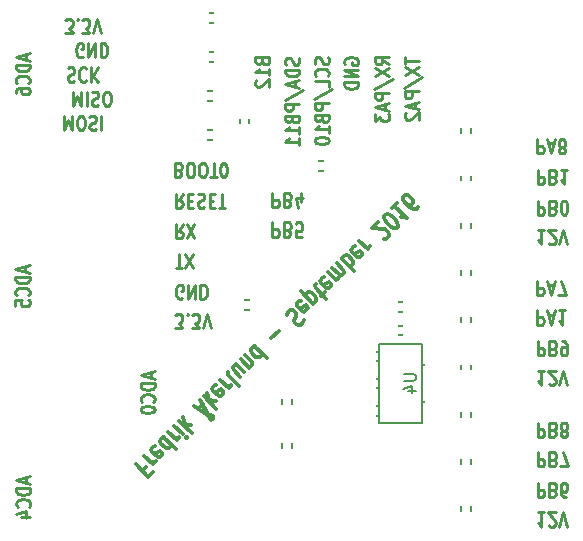
<source format=gbo>
G04 #@! TF.FileFunction,Legend,Bot*
%FSLAX46Y46*%
G04 Gerber Fmt 4.6, Leading zero omitted, Abs format (unit mm)*
G04 Created by KiCad (PCBNEW 4.1.0-alpha+201608281547+7098~46~ubuntu16.04.1-product) date Sun Sep  4 14:55:36 2016*
%MOMM*%
%LPD*%
G01*
G04 APERTURE LIST*
%ADD10C,0.100000*%
%ADD11C,0.250000*%
%ADD12C,0.300000*%
%ADD13C,0.127000*%
%ADD14C,0.200660*%
%ADD15R,1.900860X1.400480*%
%ADD16R,1.900860X3.899840*%
%ADD17O,2.300000X1.624000*%
%ADD18R,0.999160X1.100760*%
%ADD19R,2.299640X1.624000*%
%ADD20O,2.299640X1.624000*%
%ADD21R,1.100760X0.999160*%
%ADD22R,1.624000X2.299640*%
%ADD23O,1.624000X2.299640*%
%ADD24O,2.098980X4.100500*%
%ADD25O,4.100500X2.098980*%
%ADD26O,4.600880X2.098980*%
%ADD27C,3.100000*%
%ADD28C,0.999160*%
%ADD29C,1.850060*%
G04 APERTURE END LIST*
D10*
D11*
X144161904Y-105607142D02*
X144161904Y-106807142D01*
X144542857Y-106807142D01*
X144638095Y-106750000D01*
X144685714Y-106692857D01*
X144733333Y-106578571D01*
X144733333Y-106407142D01*
X144685714Y-106292857D01*
X144638095Y-106235714D01*
X144542857Y-106178571D01*
X144161904Y-106178571D01*
X145495238Y-106235714D02*
X145638095Y-106178571D01*
X145685714Y-106121428D01*
X145733333Y-106007142D01*
X145733333Y-105835714D01*
X145685714Y-105721428D01*
X145638095Y-105664285D01*
X145542857Y-105607142D01*
X145161904Y-105607142D01*
X145161904Y-106807142D01*
X145495238Y-106807142D01*
X145590476Y-106750000D01*
X145638095Y-106692857D01*
X145685714Y-106578571D01*
X145685714Y-106464285D01*
X145638095Y-106350000D01*
X145590476Y-106292857D01*
X145495238Y-106235714D01*
X145161904Y-106235714D01*
X146638095Y-106807142D02*
X146161904Y-106807142D01*
X146114285Y-106235714D01*
X146161904Y-106292857D01*
X146257142Y-106350000D01*
X146495238Y-106350000D01*
X146590476Y-106292857D01*
X146638095Y-106235714D01*
X146685714Y-106121428D01*
X146685714Y-105835714D01*
X146638095Y-105721428D01*
X146590476Y-105664285D01*
X146495238Y-105607142D01*
X146257142Y-105607142D01*
X146161904Y-105664285D01*
X146114285Y-105721428D01*
X144161904Y-103107142D02*
X144161904Y-104307142D01*
X144542857Y-104307142D01*
X144638095Y-104250000D01*
X144685714Y-104192857D01*
X144733333Y-104078571D01*
X144733333Y-103907142D01*
X144685714Y-103792857D01*
X144638095Y-103735714D01*
X144542857Y-103678571D01*
X144161904Y-103678571D01*
X145495238Y-103735714D02*
X145638095Y-103678571D01*
X145685714Y-103621428D01*
X145733333Y-103507142D01*
X145733333Y-103335714D01*
X145685714Y-103221428D01*
X145638095Y-103164285D01*
X145542857Y-103107142D01*
X145161904Y-103107142D01*
X145161904Y-104307142D01*
X145495238Y-104307142D01*
X145590476Y-104250000D01*
X145638095Y-104192857D01*
X145685714Y-104078571D01*
X145685714Y-103964285D01*
X145638095Y-103850000D01*
X145590476Y-103792857D01*
X145495238Y-103735714D01*
X145161904Y-103735714D01*
X146590476Y-103907142D02*
X146590476Y-103107142D01*
X146352380Y-104364285D02*
X146114285Y-103507142D01*
X146733333Y-103507142D01*
X133850000Y-118310714D02*
X133850000Y-118786904D01*
X134192857Y-118215476D02*
X132992857Y-118548809D01*
X134192857Y-118882142D01*
X134192857Y-119215476D02*
X132992857Y-119215476D01*
X132992857Y-119453571D01*
X133050000Y-119596428D01*
X133164285Y-119691666D01*
X133278571Y-119739285D01*
X133507142Y-119786904D01*
X133678571Y-119786904D01*
X133907142Y-119739285D01*
X134021428Y-119691666D01*
X134135714Y-119596428D01*
X134192857Y-119453571D01*
X134192857Y-119215476D01*
X134078571Y-120786904D02*
X134135714Y-120739285D01*
X134192857Y-120596428D01*
X134192857Y-120501190D01*
X134135714Y-120358333D01*
X134021428Y-120263095D01*
X133907142Y-120215476D01*
X133678571Y-120167857D01*
X133507142Y-120167857D01*
X133278571Y-120215476D01*
X133164285Y-120263095D01*
X133050000Y-120358333D01*
X132992857Y-120501190D01*
X132992857Y-120596428D01*
X133050000Y-120739285D01*
X133107142Y-120786904D01*
X132992857Y-121405952D02*
X132992857Y-121501190D01*
X133050000Y-121596428D01*
X133107142Y-121644047D01*
X133221428Y-121691666D01*
X133450000Y-121739285D01*
X133735714Y-121739285D01*
X133964285Y-121691666D01*
X134078571Y-121644047D01*
X134135714Y-121596428D01*
X134192857Y-121501190D01*
X134192857Y-121405952D01*
X134135714Y-121310714D01*
X134078571Y-121263095D01*
X133964285Y-121215476D01*
X133735714Y-121167857D01*
X133450000Y-121167857D01*
X133221428Y-121215476D01*
X133107142Y-121263095D01*
X133050000Y-121310714D01*
X132992857Y-121405952D01*
D12*
X133428474Y-126348048D02*
X133145631Y-126630891D01*
X132590047Y-126075307D02*
X133650707Y-127135967D01*
X134054768Y-126731906D01*
X133317357Y-125347997D02*
X134024464Y-126055104D01*
X133822433Y-125853073D02*
X133963855Y-125913682D01*
X134054768Y-125923784D01*
X134186088Y-125893479D01*
X134266900Y-125812667D01*
X134216393Y-124549977D02*
X134085073Y-124580281D01*
X133923449Y-124741906D01*
X133893144Y-124873225D01*
X133953753Y-125014647D01*
X134357814Y-125418708D01*
X134499235Y-125479317D01*
X134630555Y-125449012D01*
X134792180Y-125287388D01*
X134822484Y-125156068D01*
X134761875Y-125014647D01*
X134660860Y-124913631D01*
X134155784Y-125216677D01*
X134933601Y-123731753D02*
X135994261Y-124792413D01*
X134984109Y-123782261D02*
X134852789Y-123812565D01*
X134691164Y-123974190D01*
X134660860Y-124105509D01*
X134670961Y-124196423D01*
X134731571Y-124337845D01*
X135034616Y-124640890D01*
X135176038Y-124701499D01*
X135266951Y-124711601D01*
X135398271Y-124681296D01*
X135559896Y-124519672D01*
X135590200Y-124388352D01*
X135337662Y-123327692D02*
X136044769Y-124034799D01*
X135842738Y-123832768D02*
X135984160Y-123893377D01*
X136075073Y-123903479D01*
X136206393Y-123873174D01*
X136287205Y-123792362D01*
X135862941Y-122802413D02*
X136570048Y-123509519D01*
X136923602Y-123863073D02*
X136832688Y-123852971D01*
X136822586Y-123762058D01*
X136913500Y-123772159D01*
X136923602Y-123863073D01*
X136822586Y-123762058D01*
X136267002Y-122398352D02*
X137327663Y-123459012D01*
X136751876Y-122721600D02*
X136590251Y-122075103D01*
X137297358Y-122782210D02*
X136570048Y-122701397D01*
X137863043Y-121408402D02*
X138267104Y-121004341D01*
X137479186Y-121186169D02*
X138822688Y-121963986D01*
X138044871Y-120620483D01*
X138822688Y-121963986D02*
X138792384Y-122095306D01*
X138852993Y-122236727D01*
X138994414Y-122297336D01*
X139125734Y-122267032D01*
X139156039Y-122135712D01*
X139095430Y-121994291D01*
X138954008Y-121933681D01*
X138822688Y-121963986D01*
X138327714Y-120337640D02*
X139388374Y-121398301D01*
X138812587Y-120660889D02*
X138650962Y-120014392D01*
X139358069Y-120721498D02*
X138630759Y-120640686D01*
X139388374Y-119377996D02*
X139257054Y-119408300D01*
X139095430Y-119569925D01*
X139065125Y-119701244D01*
X139125734Y-119842666D01*
X139529795Y-120246727D01*
X139671217Y-120307336D01*
X139802536Y-120277031D01*
X139964161Y-120115407D01*
X139994465Y-119984087D01*
X139933856Y-119842666D01*
X139832841Y-119741650D01*
X139327765Y-120044696D01*
X139741927Y-118923427D02*
X140449034Y-119630534D01*
X140247003Y-119428503D02*
X140388425Y-119489112D01*
X140479339Y-119499214D01*
X140610658Y-119468909D01*
X140691471Y-119388097D01*
X140388425Y-118276929D02*
X140358120Y-118408249D01*
X140418729Y-118549670D01*
X141327867Y-119458808D01*
X141782435Y-118297132D02*
X141075329Y-117590026D01*
X141418780Y-118660787D02*
X140863197Y-118105203D01*
X140802587Y-117963782D01*
X140832892Y-117832462D01*
X140954110Y-117711244D01*
X141085430Y-117680939D01*
X141176344Y-117691041D01*
X142186496Y-117893071D02*
X141479390Y-117185965D01*
X142085481Y-117792056D02*
X142176395Y-117802158D01*
X142307715Y-117771853D01*
X142428933Y-117650635D01*
X142459238Y-117519315D01*
X142398628Y-117377893D01*
X141843044Y-116822310D01*
X142610760Y-116054594D02*
X143671421Y-117115254D01*
X142661268Y-116105101D02*
X142529948Y-116135406D01*
X142368324Y-116297030D01*
X142338019Y-116428350D01*
X142348121Y-116519264D01*
X142408730Y-116660685D01*
X142711776Y-116963731D01*
X142853197Y-117024340D01*
X142944111Y-117034442D01*
X143075431Y-117004137D01*
X143237055Y-116842513D01*
X143267360Y-116711193D01*
X144065380Y-115408096D02*
X144711878Y-114761598D01*
X145368477Y-113397892D02*
X145439188Y-113226167D01*
X145641218Y-113024136D01*
X145772538Y-112993831D01*
X145863452Y-113003933D01*
X146004873Y-113064542D01*
X146105888Y-113165557D01*
X146166497Y-113306979D01*
X146176599Y-113397892D01*
X146146294Y-113529212D01*
X146035178Y-113741344D01*
X146004873Y-113872664D01*
X146014975Y-113963578D01*
X146075584Y-114104999D01*
X146176599Y-114206014D01*
X146318020Y-114266624D01*
X146408934Y-114276725D01*
X146540254Y-114246421D01*
X146742284Y-114044390D01*
X146812995Y-113872664D01*
X146540254Y-112226116D02*
X146408934Y-112256420D01*
X146247310Y-112418044D01*
X146217005Y-112549364D01*
X146277614Y-112690786D01*
X146681675Y-113094847D01*
X146823097Y-113155456D01*
X146954416Y-113125151D01*
X147116041Y-112963527D01*
X147146345Y-112832207D01*
X147085736Y-112690786D01*
X146984721Y-112589770D01*
X146479645Y-112892816D01*
X147600914Y-112478654D02*
X146540254Y-111417993D01*
X147550406Y-112428146D02*
X147681726Y-112397841D01*
X147843351Y-112236217D01*
X147873655Y-112104897D01*
X147863554Y-112013983D01*
X147802945Y-111872562D01*
X147499899Y-111569516D01*
X147358477Y-111508907D01*
X147267564Y-111498806D01*
X147136244Y-111529110D01*
X146974619Y-111690735D01*
X146944315Y-111822054D01*
X148247412Y-111832156D02*
X148570660Y-111508907D01*
X148722183Y-112064491D02*
X147813046Y-111155354D01*
X147752437Y-111013932D01*
X147782741Y-110882613D01*
X147863554Y-110801800D01*
X148520153Y-110246217D02*
X148388833Y-110276521D01*
X148227209Y-110438146D01*
X148196904Y-110569465D01*
X148257513Y-110710887D01*
X148661574Y-111114948D01*
X148802996Y-111175557D01*
X148934315Y-111145252D01*
X149095940Y-110983628D01*
X149126244Y-110852308D01*
X149065635Y-110710887D01*
X148964620Y-110609871D01*
X148459544Y-110912917D01*
X148873706Y-109791648D02*
X149580813Y-110498755D01*
X149479798Y-110397739D02*
X149570711Y-110407841D01*
X149702031Y-110377536D01*
X149823250Y-110256318D01*
X149853554Y-110124998D01*
X149792945Y-109983577D01*
X149237361Y-109427993D01*
X149792945Y-109983577D02*
X149934366Y-110044186D01*
X150065686Y-110013881D01*
X150186905Y-109892663D01*
X150217209Y-109761343D01*
X150156600Y-109619922D01*
X149601016Y-109064338D01*
X150005077Y-108660277D02*
X151065737Y-109720937D01*
X150661676Y-109316876D02*
X150792996Y-109286572D01*
X150954620Y-109124947D01*
X150984925Y-108993627D01*
X150974823Y-108902714D01*
X150914214Y-108761292D01*
X150611169Y-108458247D01*
X150469747Y-108397637D01*
X150378833Y-108387536D01*
X150247514Y-108417840D01*
X150085889Y-108579465D01*
X150055585Y-108710785D01*
X151146549Y-107619820D02*
X151015230Y-107650124D01*
X150853605Y-107811749D01*
X150823301Y-107943069D01*
X150883910Y-108084490D01*
X151287971Y-108488551D01*
X151429392Y-108549160D01*
X151560712Y-108518856D01*
X151722336Y-108357231D01*
X151752641Y-108225911D01*
X151692032Y-108084490D01*
X151591017Y-107983475D01*
X151085940Y-108286521D01*
X151500103Y-107165251D02*
X152207210Y-107872358D01*
X152005179Y-107670328D02*
X152146600Y-107730937D01*
X152237514Y-107741038D01*
X152368834Y-107710734D01*
X152449646Y-107629921D01*
X153591119Y-106993525D02*
X153682032Y-107003627D01*
X153813352Y-106973322D01*
X154015383Y-106771292D01*
X154045687Y-106639972D01*
X154035586Y-106549058D01*
X153974977Y-106407637D01*
X153873961Y-106306622D01*
X153682032Y-106195505D01*
X152591068Y-106074287D01*
X153116347Y-105549007D01*
X154702286Y-106084388D02*
X154783099Y-106003576D01*
X154813403Y-105872256D01*
X154803302Y-105781342D01*
X154742692Y-105639921D01*
X154581068Y-105397484D01*
X154328530Y-105144946D01*
X154086093Y-104983322D01*
X153944672Y-104922713D01*
X153853758Y-104912611D01*
X153722438Y-104942916D01*
X153641626Y-105023728D01*
X153611322Y-105155048D01*
X153621423Y-105245961D01*
X153682032Y-105387383D01*
X153843657Y-105629819D01*
X154096195Y-105882358D01*
X154338631Y-106043982D01*
X154480053Y-106104591D01*
X154570967Y-106114693D01*
X154702286Y-106084388D01*
X154732591Y-103932763D02*
X154247718Y-104417636D01*
X154490154Y-104175200D02*
X155550815Y-105235860D01*
X155318479Y-105165149D01*
X155136652Y-105144946D01*
X155005332Y-105175251D01*
X156520561Y-104266113D02*
X156358937Y-104427738D01*
X156227617Y-104458042D01*
X156136703Y-104447941D01*
X155904368Y-104377230D01*
X155661931Y-104215606D01*
X155257870Y-103811545D01*
X155197261Y-103670123D01*
X155187160Y-103579210D01*
X155217464Y-103447890D01*
X155379089Y-103286265D01*
X155510408Y-103255961D01*
X155601322Y-103266062D01*
X155742744Y-103326672D01*
X155995282Y-103579210D01*
X156055891Y-103720631D01*
X156065992Y-103811545D01*
X156035688Y-103942865D01*
X155874063Y-104104489D01*
X155742744Y-104134794D01*
X155651830Y-104124692D01*
X155510408Y-104064083D01*
D11*
X135923809Y-114557142D02*
X136542857Y-114557142D01*
X136209523Y-114100000D01*
X136352380Y-114100000D01*
X136447619Y-114042857D01*
X136495238Y-113985714D01*
X136542857Y-113871428D01*
X136542857Y-113585714D01*
X136495238Y-113471428D01*
X136447619Y-113414285D01*
X136352380Y-113357142D01*
X136066666Y-113357142D01*
X135971428Y-113414285D01*
X135923809Y-113471428D01*
X136971428Y-113471428D02*
X137019047Y-113414285D01*
X136971428Y-113357142D01*
X136923809Y-113414285D01*
X136971428Y-113471428D01*
X136971428Y-113357142D01*
X137352380Y-114557142D02*
X137971428Y-114557142D01*
X137638095Y-114100000D01*
X137780952Y-114100000D01*
X137876190Y-114042857D01*
X137923809Y-113985714D01*
X137971428Y-113871428D01*
X137971428Y-113585714D01*
X137923809Y-113471428D01*
X137876190Y-113414285D01*
X137780952Y-113357142D01*
X137495238Y-113357142D01*
X137400000Y-113414285D01*
X137352380Y-113471428D01*
X138257142Y-114557142D02*
X138590476Y-113357142D01*
X138923809Y-114557142D01*
X136538095Y-112000000D02*
X136442857Y-112057142D01*
X136300000Y-112057142D01*
X136157142Y-112000000D01*
X136061904Y-111885714D01*
X136014285Y-111771428D01*
X135966666Y-111542857D01*
X135966666Y-111371428D01*
X136014285Y-111142857D01*
X136061904Y-111028571D01*
X136157142Y-110914285D01*
X136300000Y-110857142D01*
X136395238Y-110857142D01*
X136538095Y-110914285D01*
X136585714Y-110971428D01*
X136585714Y-111371428D01*
X136395238Y-111371428D01*
X137014285Y-110857142D02*
X137014285Y-112057142D01*
X137585714Y-110857142D01*
X137585714Y-112057142D01*
X138061904Y-110857142D02*
X138061904Y-112057142D01*
X138300000Y-112057142D01*
X138442857Y-112000000D01*
X138538095Y-111885714D01*
X138585714Y-111771428D01*
X138633333Y-111542857D01*
X138633333Y-111371428D01*
X138585714Y-111142857D01*
X138538095Y-111028571D01*
X138442857Y-110914285D01*
X138300000Y-110857142D01*
X138061904Y-110857142D01*
X135957142Y-109457142D02*
X136528571Y-109457142D01*
X136242857Y-108257142D02*
X136242857Y-109457142D01*
X136766666Y-109457142D02*
X137433333Y-108257142D01*
X137433333Y-109457142D02*
X136766666Y-108257142D01*
X136552380Y-105757142D02*
X136219047Y-106328571D01*
X135980952Y-105757142D02*
X135980952Y-106957142D01*
X136361904Y-106957142D01*
X136457142Y-106900000D01*
X136504761Y-106842857D01*
X136552380Y-106728571D01*
X136552380Y-106557142D01*
X136504761Y-106442857D01*
X136457142Y-106385714D01*
X136361904Y-106328571D01*
X135980952Y-106328571D01*
X136885714Y-106957142D02*
X137552380Y-105757142D01*
X137552380Y-106957142D02*
X136885714Y-105757142D01*
X136547619Y-103157142D02*
X136214285Y-103728571D01*
X135976190Y-103157142D02*
X135976190Y-104357142D01*
X136357142Y-104357142D01*
X136452380Y-104300000D01*
X136500000Y-104242857D01*
X136547619Y-104128571D01*
X136547619Y-103957142D01*
X136500000Y-103842857D01*
X136452380Y-103785714D01*
X136357142Y-103728571D01*
X135976190Y-103728571D01*
X136976190Y-103785714D02*
X137309523Y-103785714D01*
X137452380Y-103157142D02*
X136976190Y-103157142D01*
X136976190Y-104357142D01*
X137452380Y-104357142D01*
X137833333Y-103214285D02*
X137976190Y-103157142D01*
X138214285Y-103157142D01*
X138309523Y-103214285D01*
X138357142Y-103271428D01*
X138404761Y-103385714D01*
X138404761Y-103500000D01*
X138357142Y-103614285D01*
X138309523Y-103671428D01*
X138214285Y-103728571D01*
X138023809Y-103785714D01*
X137928571Y-103842857D01*
X137880952Y-103900000D01*
X137833333Y-104014285D01*
X137833333Y-104128571D01*
X137880952Y-104242857D01*
X137928571Y-104300000D01*
X138023809Y-104357142D01*
X138261904Y-104357142D01*
X138404761Y-104300000D01*
X138833333Y-103785714D02*
X139166666Y-103785714D01*
X139309523Y-103157142D02*
X138833333Y-103157142D01*
X138833333Y-104357142D01*
X139309523Y-104357142D01*
X139595238Y-104357142D02*
X140166666Y-104357142D01*
X139880952Y-103157142D02*
X139880952Y-104357142D01*
X143264285Y-91969047D02*
X143321428Y-92111904D01*
X143378571Y-92159523D01*
X143492857Y-92207142D01*
X143664285Y-92207142D01*
X143778571Y-92159523D01*
X143835714Y-92111904D01*
X143892857Y-92016666D01*
X143892857Y-91635714D01*
X142692857Y-91635714D01*
X142692857Y-91969047D01*
X142750000Y-92064285D01*
X142807142Y-92111904D01*
X142921428Y-92159523D01*
X143035714Y-92159523D01*
X143150000Y-92111904D01*
X143207142Y-92064285D01*
X143264285Y-91969047D01*
X143264285Y-91635714D01*
X143892857Y-93159523D02*
X143892857Y-92588095D01*
X143892857Y-92873809D02*
X142692857Y-92873809D01*
X142864285Y-92778571D01*
X142978571Y-92683333D01*
X143035714Y-92588095D01*
X142807142Y-93540476D02*
X142750000Y-93588095D01*
X142692857Y-93683333D01*
X142692857Y-93921428D01*
X142750000Y-94016666D01*
X142807142Y-94064285D01*
X142921428Y-94111904D01*
X143035714Y-94111904D01*
X143207142Y-94064285D01*
X143892857Y-93492857D01*
X143892857Y-94111904D01*
X146385714Y-91659523D02*
X146442857Y-91802380D01*
X146442857Y-92040476D01*
X146385714Y-92135714D01*
X146328571Y-92183333D01*
X146214285Y-92230952D01*
X146100000Y-92230952D01*
X145985714Y-92183333D01*
X145928571Y-92135714D01*
X145871428Y-92040476D01*
X145814285Y-91850000D01*
X145757142Y-91754761D01*
X145700000Y-91707142D01*
X145585714Y-91659523D01*
X145471428Y-91659523D01*
X145357142Y-91707142D01*
X145300000Y-91754761D01*
X145242857Y-91850000D01*
X145242857Y-92088095D01*
X145300000Y-92230952D01*
X146442857Y-92659523D02*
X145242857Y-92659523D01*
X145242857Y-92897619D01*
X145300000Y-93040476D01*
X145414285Y-93135714D01*
X145528571Y-93183333D01*
X145757142Y-93230952D01*
X145928571Y-93230952D01*
X146157142Y-93183333D01*
X146271428Y-93135714D01*
X146385714Y-93040476D01*
X146442857Y-92897619D01*
X146442857Y-92659523D01*
X146100000Y-93611904D02*
X146100000Y-94088095D01*
X146442857Y-93516666D02*
X145242857Y-93850000D01*
X146442857Y-94183333D01*
X145185714Y-95230952D02*
X146728571Y-94373809D01*
X146442857Y-95564285D02*
X145242857Y-95564285D01*
X145242857Y-95945238D01*
X145300000Y-96040476D01*
X145357142Y-96088095D01*
X145471428Y-96135714D01*
X145642857Y-96135714D01*
X145757142Y-96088095D01*
X145814285Y-96040476D01*
X145871428Y-95945238D01*
X145871428Y-95564285D01*
X145814285Y-96897619D02*
X145871428Y-97040476D01*
X145928571Y-97088095D01*
X146042857Y-97135714D01*
X146214285Y-97135714D01*
X146328571Y-97088095D01*
X146385714Y-97040476D01*
X146442857Y-96945238D01*
X146442857Y-96564285D01*
X145242857Y-96564285D01*
X145242857Y-96897619D01*
X145300000Y-96992857D01*
X145357142Y-97040476D01*
X145471428Y-97088095D01*
X145585714Y-97088095D01*
X145700000Y-97040476D01*
X145757142Y-96992857D01*
X145814285Y-96897619D01*
X145814285Y-96564285D01*
X146442857Y-98088095D02*
X146442857Y-97516666D01*
X146442857Y-97802380D02*
X145242857Y-97802380D01*
X145414285Y-97707142D01*
X145528571Y-97611904D01*
X145585714Y-97516666D01*
X146442857Y-99040476D02*
X146442857Y-98469047D01*
X146442857Y-98754761D02*
X145242857Y-98754761D01*
X145414285Y-98659523D01*
X145528571Y-98564285D01*
X145585714Y-98469047D01*
X150300000Y-92188095D02*
X150242857Y-92092857D01*
X150242857Y-91950000D01*
X150300000Y-91807142D01*
X150414285Y-91711904D01*
X150528571Y-91664285D01*
X150757142Y-91616666D01*
X150928571Y-91616666D01*
X151157142Y-91664285D01*
X151271428Y-91711904D01*
X151385714Y-91807142D01*
X151442857Y-91950000D01*
X151442857Y-92045238D01*
X151385714Y-92188095D01*
X151328571Y-92235714D01*
X150928571Y-92235714D01*
X150928571Y-92045238D01*
X151442857Y-92664285D02*
X150242857Y-92664285D01*
X151442857Y-93235714D01*
X150242857Y-93235714D01*
X151442857Y-93711904D02*
X150242857Y-93711904D01*
X150242857Y-93950000D01*
X150300000Y-94092857D01*
X150414285Y-94188095D01*
X150528571Y-94235714D01*
X150757142Y-94283333D01*
X150928571Y-94283333D01*
X151157142Y-94235714D01*
X151271428Y-94188095D01*
X151385714Y-94092857D01*
X151442857Y-93950000D01*
X151442857Y-93711904D01*
X154042857Y-92204761D02*
X153471428Y-91871428D01*
X154042857Y-91633333D02*
X152842857Y-91633333D01*
X152842857Y-92014285D01*
X152900000Y-92109523D01*
X152957142Y-92157142D01*
X153071428Y-92204761D01*
X153242857Y-92204761D01*
X153357142Y-92157142D01*
X153414285Y-92109523D01*
X153471428Y-92014285D01*
X153471428Y-91633333D01*
X152842857Y-92538095D02*
X154042857Y-93204761D01*
X152842857Y-93204761D02*
X154042857Y-92538095D01*
X152785714Y-94300000D02*
X154328571Y-93442857D01*
X154042857Y-94633333D02*
X152842857Y-94633333D01*
X152842857Y-95014285D01*
X152900000Y-95109523D01*
X152957142Y-95157142D01*
X153071428Y-95204761D01*
X153242857Y-95204761D01*
X153357142Y-95157142D01*
X153414285Y-95109523D01*
X153471428Y-95014285D01*
X153471428Y-94633333D01*
X153700000Y-95585714D02*
X153700000Y-96061904D01*
X154042857Y-95490476D02*
X152842857Y-95823809D01*
X154042857Y-96157142D01*
X152842857Y-96395238D02*
X152842857Y-97014285D01*
X153300000Y-96680952D01*
X153300000Y-96823809D01*
X153357142Y-96919047D01*
X153414285Y-96966666D01*
X153528571Y-97014285D01*
X153814285Y-97014285D01*
X153928571Y-96966666D01*
X153985714Y-96919047D01*
X154042857Y-96823809D01*
X154042857Y-96538095D01*
X153985714Y-96442857D01*
X153928571Y-96395238D01*
X166583333Y-98557142D02*
X166583333Y-99757142D01*
X166964285Y-99757142D01*
X167059523Y-99700000D01*
X167107142Y-99642857D01*
X167154761Y-99528571D01*
X167154761Y-99357142D01*
X167107142Y-99242857D01*
X167059523Y-99185714D01*
X166964285Y-99128571D01*
X166583333Y-99128571D01*
X167535714Y-98900000D02*
X168011904Y-98900000D01*
X167440476Y-98557142D02*
X167773809Y-99757142D01*
X168107142Y-98557142D01*
X168583333Y-99242857D02*
X168488095Y-99300000D01*
X168440476Y-99357142D01*
X168392857Y-99471428D01*
X168392857Y-99528571D01*
X168440476Y-99642857D01*
X168488095Y-99700000D01*
X168583333Y-99757142D01*
X168773809Y-99757142D01*
X168869047Y-99700000D01*
X168916666Y-99642857D01*
X168964285Y-99528571D01*
X168964285Y-99471428D01*
X168916666Y-99357142D01*
X168869047Y-99300000D01*
X168773809Y-99242857D01*
X168583333Y-99242857D01*
X168488095Y-99185714D01*
X168440476Y-99128571D01*
X168392857Y-99014285D01*
X168392857Y-98785714D01*
X168440476Y-98671428D01*
X168488095Y-98614285D01*
X168583333Y-98557142D01*
X168773809Y-98557142D01*
X168869047Y-98614285D01*
X168916666Y-98671428D01*
X168964285Y-98785714D01*
X168964285Y-99014285D01*
X168916666Y-99128571D01*
X168869047Y-99185714D01*
X168773809Y-99242857D01*
X166611904Y-101157142D02*
X166611904Y-102357142D01*
X166992857Y-102357142D01*
X167088095Y-102300000D01*
X167135714Y-102242857D01*
X167183333Y-102128571D01*
X167183333Y-101957142D01*
X167135714Y-101842857D01*
X167088095Y-101785714D01*
X166992857Y-101728571D01*
X166611904Y-101728571D01*
X167945238Y-101785714D02*
X168088095Y-101728571D01*
X168135714Y-101671428D01*
X168183333Y-101557142D01*
X168183333Y-101385714D01*
X168135714Y-101271428D01*
X168088095Y-101214285D01*
X167992857Y-101157142D01*
X167611904Y-101157142D01*
X167611904Y-102357142D01*
X167945238Y-102357142D01*
X168040476Y-102300000D01*
X168088095Y-102242857D01*
X168135714Y-102128571D01*
X168135714Y-102014285D01*
X168088095Y-101900000D01*
X168040476Y-101842857D01*
X167945238Y-101785714D01*
X167611904Y-101785714D01*
X169135714Y-101157142D02*
X168564285Y-101157142D01*
X168850000Y-101157142D02*
X168850000Y-102357142D01*
X168754761Y-102185714D01*
X168659523Y-102071428D01*
X168564285Y-102014285D01*
X166611904Y-103757142D02*
X166611904Y-104957142D01*
X166992857Y-104957142D01*
X167088095Y-104900000D01*
X167135714Y-104842857D01*
X167183333Y-104728571D01*
X167183333Y-104557142D01*
X167135714Y-104442857D01*
X167088095Y-104385714D01*
X166992857Y-104328571D01*
X166611904Y-104328571D01*
X167945238Y-104385714D02*
X168088095Y-104328571D01*
X168135714Y-104271428D01*
X168183333Y-104157142D01*
X168183333Y-103985714D01*
X168135714Y-103871428D01*
X168088095Y-103814285D01*
X167992857Y-103757142D01*
X167611904Y-103757142D01*
X167611904Y-104957142D01*
X167945238Y-104957142D01*
X168040476Y-104900000D01*
X168088095Y-104842857D01*
X168135714Y-104728571D01*
X168135714Y-104614285D01*
X168088095Y-104500000D01*
X168040476Y-104442857D01*
X167945238Y-104385714D01*
X167611904Y-104385714D01*
X168802380Y-104957142D02*
X168897619Y-104957142D01*
X168992857Y-104900000D01*
X169040476Y-104842857D01*
X169088095Y-104728571D01*
X169135714Y-104500000D01*
X169135714Y-104214285D01*
X169088095Y-103985714D01*
X169040476Y-103871428D01*
X168992857Y-103814285D01*
X168897619Y-103757142D01*
X168802380Y-103757142D01*
X168707142Y-103814285D01*
X168659523Y-103871428D01*
X168611904Y-103985714D01*
X168564285Y-104214285D01*
X168564285Y-104500000D01*
X168611904Y-104728571D01*
X168659523Y-104842857D01*
X168707142Y-104900000D01*
X168802380Y-104957142D01*
X166611904Y-115657142D02*
X166611904Y-116857142D01*
X166992857Y-116857142D01*
X167088095Y-116800000D01*
X167135714Y-116742857D01*
X167183333Y-116628571D01*
X167183333Y-116457142D01*
X167135714Y-116342857D01*
X167088095Y-116285714D01*
X166992857Y-116228571D01*
X166611904Y-116228571D01*
X167945238Y-116285714D02*
X168088095Y-116228571D01*
X168135714Y-116171428D01*
X168183333Y-116057142D01*
X168183333Y-115885714D01*
X168135714Y-115771428D01*
X168088095Y-115714285D01*
X167992857Y-115657142D01*
X167611904Y-115657142D01*
X167611904Y-116857142D01*
X167945238Y-116857142D01*
X168040476Y-116800000D01*
X168088095Y-116742857D01*
X168135714Y-116628571D01*
X168135714Y-116514285D01*
X168088095Y-116400000D01*
X168040476Y-116342857D01*
X167945238Y-116285714D01*
X167611904Y-116285714D01*
X168659523Y-115657142D02*
X168850000Y-115657142D01*
X168945238Y-115714285D01*
X168992857Y-115771428D01*
X169088095Y-115942857D01*
X169135714Y-116171428D01*
X169135714Y-116628571D01*
X169088095Y-116742857D01*
X169040476Y-116800000D01*
X168945238Y-116857142D01*
X168754761Y-116857142D01*
X168659523Y-116800000D01*
X168611904Y-116742857D01*
X168564285Y-116628571D01*
X168564285Y-116342857D01*
X168611904Y-116228571D01*
X168659523Y-116171428D01*
X168754761Y-116114285D01*
X168945238Y-116114285D01*
X169040476Y-116171428D01*
X169088095Y-116228571D01*
X169135714Y-116342857D01*
X166583333Y-113057142D02*
X166583333Y-114257142D01*
X166964285Y-114257142D01*
X167059523Y-114200000D01*
X167107142Y-114142857D01*
X167154761Y-114028571D01*
X167154761Y-113857142D01*
X167107142Y-113742857D01*
X167059523Y-113685714D01*
X166964285Y-113628571D01*
X166583333Y-113628571D01*
X167535714Y-113400000D02*
X168011904Y-113400000D01*
X167440476Y-113057142D02*
X167773809Y-114257142D01*
X168107142Y-113057142D01*
X168964285Y-113057142D02*
X168392857Y-113057142D01*
X168678571Y-113057142D02*
X168678571Y-114257142D01*
X168583333Y-114085714D01*
X168488095Y-113971428D01*
X168392857Y-113914285D01*
X166583333Y-110557142D02*
X166583333Y-111757142D01*
X166964285Y-111757142D01*
X167059523Y-111700000D01*
X167107142Y-111642857D01*
X167154761Y-111528571D01*
X167154761Y-111357142D01*
X167107142Y-111242857D01*
X167059523Y-111185714D01*
X166964285Y-111128571D01*
X166583333Y-111128571D01*
X167535714Y-110900000D02*
X168011904Y-110900000D01*
X167440476Y-110557142D02*
X167773809Y-111757142D01*
X168107142Y-110557142D01*
X168345238Y-111757142D02*
X169011904Y-111757142D01*
X168583333Y-110557142D01*
X166611904Y-122557142D02*
X166611904Y-123757142D01*
X166992857Y-123757142D01*
X167088095Y-123700000D01*
X167135714Y-123642857D01*
X167183333Y-123528571D01*
X167183333Y-123357142D01*
X167135714Y-123242857D01*
X167088095Y-123185714D01*
X166992857Y-123128571D01*
X166611904Y-123128571D01*
X167945238Y-123185714D02*
X168088095Y-123128571D01*
X168135714Y-123071428D01*
X168183333Y-122957142D01*
X168183333Y-122785714D01*
X168135714Y-122671428D01*
X168088095Y-122614285D01*
X167992857Y-122557142D01*
X167611904Y-122557142D01*
X167611904Y-123757142D01*
X167945238Y-123757142D01*
X168040476Y-123700000D01*
X168088095Y-123642857D01*
X168135714Y-123528571D01*
X168135714Y-123414285D01*
X168088095Y-123300000D01*
X168040476Y-123242857D01*
X167945238Y-123185714D01*
X167611904Y-123185714D01*
X168754761Y-123242857D02*
X168659523Y-123300000D01*
X168611904Y-123357142D01*
X168564285Y-123471428D01*
X168564285Y-123528571D01*
X168611904Y-123642857D01*
X168659523Y-123700000D01*
X168754761Y-123757142D01*
X168945238Y-123757142D01*
X169040476Y-123700000D01*
X169088095Y-123642857D01*
X169135714Y-123528571D01*
X169135714Y-123471428D01*
X169088095Y-123357142D01*
X169040476Y-123300000D01*
X168945238Y-123242857D01*
X168754761Y-123242857D01*
X168659523Y-123185714D01*
X168611904Y-123128571D01*
X168564285Y-123014285D01*
X168564285Y-122785714D01*
X168611904Y-122671428D01*
X168659523Y-122614285D01*
X168754761Y-122557142D01*
X168945238Y-122557142D01*
X169040476Y-122614285D01*
X169088095Y-122671428D01*
X169135714Y-122785714D01*
X169135714Y-123014285D01*
X169088095Y-123128571D01*
X169040476Y-123185714D01*
X168945238Y-123242857D01*
X166611904Y-125057142D02*
X166611904Y-126257142D01*
X166992857Y-126257142D01*
X167088095Y-126200000D01*
X167135714Y-126142857D01*
X167183333Y-126028571D01*
X167183333Y-125857142D01*
X167135714Y-125742857D01*
X167088095Y-125685714D01*
X166992857Y-125628571D01*
X166611904Y-125628571D01*
X167945238Y-125685714D02*
X168088095Y-125628571D01*
X168135714Y-125571428D01*
X168183333Y-125457142D01*
X168183333Y-125285714D01*
X168135714Y-125171428D01*
X168088095Y-125114285D01*
X167992857Y-125057142D01*
X167611904Y-125057142D01*
X167611904Y-126257142D01*
X167945238Y-126257142D01*
X168040476Y-126200000D01*
X168088095Y-126142857D01*
X168135714Y-126028571D01*
X168135714Y-125914285D01*
X168088095Y-125800000D01*
X168040476Y-125742857D01*
X167945238Y-125685714D01*
X167611904Y-125685714D01*
X168516666Y-126257142D02*
X169183333Y-126257142D01*
X168754761Y-125057142D01*
X166611904Y-127657142D02*
X166611904Y-128857142D01*
X166992857Y-128857142D01*
X167088095Y-128800000D01*
X167135714Y-128742857D01*
X167183333Y-128628571D01*
X167183333Y-128457142D01*
X167135714Y-128342857D01*
X167088095Y-128285714D01*
X166992857Y-128228571D01*
X166611904Y-128228571D01*
X167945238Y-128285714D02*
X168088095Y-128228571D01*
X168135714Y-128171428D01*
X168183333Y-128057142D01*
X168183333Y-127885714D01*
X168135714Y-127771428D01*
X168088095Y-127714285D01*
X167992857Y-127657142D01*
X167611904Y-127657142D01*
X167611904Y-128857142D01*
X167945238Y-128857142D01*
X168040476Y-128800000D01*
X168088095Y-128742857D01*
X168135714Y-128628571D01*
X168135714Y-128514285D01*
X168088095Y-128400000D01*
X168040476Y-128342857D01*
X167945238Y-128285714D01*
X167611904Y-128285714D01*
X169040476Y-128857142D02*
X168850000Y-128857142D01*
X168754761Y-128800000D01*
X168707142Y-128742857D01*
X168611904Y-128571428D01*
X168564285Y-128342857D01*
X168564285Y-127885714D01*
X168611904Y-127771428D01*
X168659523Y-127714285D01*
X168754761Y-127657142D01*
X168945238Y-127657142D01*
X169040476Y-127714285D01*
X169088095Y-127771428D01*
X169135714Y-127885714D01*
X169135714Y-128171428D01*
X169088095Y-128285714D01*
X169040476Y-128342857D01*
X168945238Y-128400000D01*
X168754761Y-128400000D01*
X168659523Y-128342857D01*
X168611904Y-128285714D01*
X168564285Y-128171428D01*
X136266666Y-101185714D02*
X136409523Y-101128571D01*
X136457142Y-101071428D01*
X136504761Y-100957142D01*
X136504761Y-100785714D01*
X136457142Y-100671428D01*
X136409523Y-100614285D01*
X136314285Y-100557142D01*
X135933333Y-100557142D01*
X135933333Y-101757142D01*
X136266666Y-101757142D01*
X136361904Y-101700000D01*
X136409523Y-101642857D01*
X136457142Y-101528571D01*
X136457142Y-101414285D01*
X136409523Y-101300000D01*
X136361904Y-101242857D01*
X136266666Y-101185714D01*
X135933333Y-101185714D01*
X137123809Y-101757142D02*
X137314285Y-101757142D01*
X137409523Y-101700000D01*
X137504761Y-101585714D01*
X137552380Y-101357142D01*
X137552380Y-100957142D01*
X137504761Y-100728571D01*
X137409523Y-100614285D01*
X137314285Y-100557142D01*
X137123809Y-100557142D01*
X137028571Y-100614285D01*
X136933333Y-100728571D01*
X136885714Y-100957142D01*
X136885714Y-101357142D01*
X136933333Y-101585714D01*
X137028571Y-101700000D01*
X137123809Y-101757142D01*
X138171428Y-101757142D02*
X138361904Y-101757142D01*
X138457142Y-101700000D01*
X138552380Y-101585714D01*
X138600000Y-101357142D01*
X138600000Y-100957142D01*
X138552380Y-100728571D01*
X138457142Y-100614285D01*
X138361904Y-100557142D01*
X138171428Y-100557142D01*
X138076190Y-100614285D01*
X137980952Y-100728571D01*
X137933333Y-100957142D01*
X137933333Y-101357142D01*
X137980952Y-101585714D01*
X138076190Y-101700000D01*
X138171428Y-101757142D01*
X138885714Y-101757142D02*
X139457142Y-101757142D01*
X139171428Y-100557142D02*
X139171428Y-101757142D01*
X139980952Y-101757142D02*
X140076190Y-101757142D01*
X140171428Y-101700000D01*
X140219047Y-101642857D01*
X140266666Y-101528571D01*
X140314285Y-101300000D01*
X140314285Y-101014285D01*
X140266666Y-100785714D01*
X140219047Y-100671428D01*
X140171428Y-100614285D01*
X140076190Y-100557142D01*
X139980952Y-100557142D01*
X139885714Y-100614285D01*
X139838095Y-100671428D01*
X139790476Y-100785714D01*
X139742857Y-101014285D01*
X139742857Y-101300000D01*
X139790476Y-101528571D01*
X139838095Y-101642857D01*
X139885714Y-101700000D01*
X139980952Y-101757142D01*
X148885714Y-91633333D02*
X148942857Y-91776190D01*
X148942857Y-92014285D01*
X148885714Y-92109523D01*
X148828571Y-92157142D01*
X148714285Y-92204761D01*
X148600000Y-92204761D01*
X148485714Y-92157142D01*
X148428571Y-92109523D01*
X148371428Y-92014285D01*
X148314285Y-91823809D01*
X148257142Y-91728571D01*
X148200000Y-91680952D01*
X148085714Y-91633333D01*
X147971428Y-91633333D01*
X147857142Y-91680952D01*
X147800000Y-91728571D01*
X147742857Y-91823809D01*
X147742857Y-92061904D01*
X147800000Y-92204761D01*
X148828571Y-93204761D02*
X148885714Y-93157142D01*
X148942857Y-93014285D01*
X148942857Y-92919047D01*
X148885714Y-92776190D01*
X148771428Y-92680952D01*
X148657142Y-92633333D01*
X148428571Y-92585714D01*
X148257142Y-92585714D01*
X148028571Y-92633333D01*
X147914285Y-92680952D01*
X147800000Y-92776190D01*
X147742857Y-92919047D01*
X147742857Y-93014285D01*
X147800000Y-93157142D01*
X147857142Y-93204761D01*
X148942857Y-94109523D02*
X148942857Y-93633333D01*
X147742857Y-93633333D01*
X147685714Y-95157142D02*
X149228571Y-94300000D01*
X148942857Y-95490476D02*
X147742857Y-95490476D01*
X147742857Y-95871428D01*
X147800000Y-95966666D01*
X147857142Y-96014285D01*
X147971428Y-96061904D01*
X148142857Y-96061904D01*
X148257142Y-96014285D01*
X148314285Y-95966666D01*
X148371428Y-95871428D01*
X148371428Y-95490476D01*
X148314285Y-96823809D02*
X148371428Y-96966666D01*
X148428571Y-97014285D01*
X148542857Y-97061904D01*
X148714285Y-97061904D01*
X148828571Y-97014285D01*
X148885714Y-96966666D01*
X148942857Y-96871428D01*
X148942857Y-96490476D01*
X147742857Y-96490476D01*
X147742857Y-96823809D01*
X147800000Y-96919047D01*
X147857142Y-96966666D01*
X147971428Y-97014285D01*
X148085714Y-97014285D01*
X148200000Y-96966666D01*
X148257142Y-96919047D01*
X148314285Y-96823809D01*
X148314285Y-96490476D01*
X148942857Y-98014285D02*
X148942857Y-97442857D01*
X148942857Y-97728571D02*
X147742857Y-97728571D01*
X147914285Y-97633333D01*
X148028571Y-97538095D01*
X148085714Y-97442857D01*
X147742857Y-98633333D02*
X147742857Y-98728571D01*
X147800000Y-98823809D01*
X147857142Y-98871428D01*
X147971428Y-98919047D01*
X148200000Y-98966666D01*
X148485714Y-98966666D01*
X148714285Y-98919047D01*
X148828571Y-98871428D01*
X148885714Y-98823809D01*
X148942857Y-98728571D01*
X148942857Y-98633333D01*
X148885714Y-98538095D01*
X148828571Y-98490476D01*
X148714285Y-98442857D01*
X148485714Y-98395238D01*
X148200000Y-98395238D01*
X147971428Y-98442857D01*
X147857142Y-98490476D01*
X147800000Y-98538095D01*
X147742857Y-98633333D01*
X167180952Y-118157142D02*
X166609523Y-118157142D01*
X166895238Y-118157142D02*
X166895238Y-119357142D01*
X166800000Y-119185714D01*
X166704761Y-119071428D01*
X166609523Y-119014285D01*
X167561904Y-119242857D02*
X167609523Y-119300000D01*
X167704761Y-119357142D01*
X167942857Y-119357142D01*
X168038095Y-119300000D01*
X168085714Y-119242857D01*
X168133333Y-119128571D01*
X168133333Y-119014285D01*
X168085714Y-118842857D01*
X167514285Y-118157142D01*
X168133333Y-118157142D01*
X168419047Y-119357142D02*
X168752380Y-118157142D01*
X169085714Y-119357142D01*
X167180952Y-106257142D02*
X166609523Y-106257142D01*
X166895238Y-106257142D02*
X166895238Y-107457142D01*
X166800000Y-107285714D01*
X166704761Y-107171428D01*
X166609523Y-107114285D01*
X167561904Y-107342857D02*
X167609523Y-107400000D01*
X167704761Y-107457142D01*
X167942857Y-107457142D01*
X168038095Y-107400000D01*
X168085714Y-107342857D01*
X168133333Y-107228571D01*
X168133333Y-107114285D01*
X168085714Y-106942857D01*
X167514285Y-106257142D01*
X168133333Y-106257142D01*
X168419047Y-107457142D02*
X168752380Y-106257142D01*
X169085714Y-107457142D01*
X167180952Y-130157142D02*
X166609523Y-130157142D01*
X166895238Y-130157142D02*
X166895238Y-131357142D01*
X166800000Y-131185714D01*
X166704761Y-131071428D01*
X166609523Y-131014285D01*
X167561904Y-131242857D02*
X167609523Y-131300000D01*
X167704761Y-131357142D01*
X167942857Y-131357142D01*
X168038095Y-131300000D01*
X168085714Y-131242857D01*
X168133333Y-131128571D01*
X168133333Y-131014285D01*
X168085714Y-130842857D01*
X167514285Y-130157142D01*
X168133333Y-130157142D01*
X168419047Y-131357142D02*
X168752380Y-130157142D01*
X169085714Y-131357142D01*
X155342857Y-91609523D02*
X155342857Y-92180952D01*
X156542857Y-91895238D02*
X155342857Y-91895238D01*
X155342857Y-92419047D02*
X156542857Y-93085714D01*
X155342857Y-93085714D02*
X156542857Y-92419047D01*
X155285714Y-94180952D02*
X156828571Y-93323809D01*
X156542857Y-94514285D02*
X155342857Y-94514285D01*
X155342857Y-94895238D01*
X155400000Y-94990476D01*
X155457142Y-95038095D01*
X155571428Y-95085714D01*
X155742857Y-95085714D01*
X155857142Y-95038095D01*
X155914285Y-94990476D01*
X155971428Y-94895238D01*
X155971428Y-94514285D01*
X156200000Y-95466666D02*
X156200000Y-95942857D01*
X156542857Y-95371428D02*
X155342857Y-95704761D01*
X156542857Y-96038095D01*
X155457142Y-96323809D02*
X155400000Y-96371428D01*
X155342857Y-96466666D01*
X155342857Y-96704761D01*
X155400000Y-96800000D01*
X155457142Y-96847619D01*
X155571428Y-96895238D01*
X155685714Y-96895238D01*
X155857142Y-96847619D01*
X156542857Y-96276190D01*
X156542857Y-96895238D01*
X126522619Y-96582142D02*
X126522619Y-97782142D01*
X126855952Y-96925000D01*
X127189285Y-97782142D01*
X127189285Y-96582142D01*
X127855952Y-97782142D02*
X128046428Y-97782142D01*
X128141666Y-97725000D01*
X128236904Y-97610714D01*
X128284523Y-97382142D01*
X128284523Y-96982142D01*
X128236904Y-96753571D01*
X128141666Y-96639285D01*
X128046428Y-96582142D01*
X127855952Y-96582142D01*
X127760714Y-96639285D01*
X127665476Y-96753571D01*
X127617857Y-96982142D01*
X127617857Y-97382142D01*
X127665476Y-97610714D01*
X127760714Y-97725000D01*
X127855952Y-97782142D01*
X128665476Y-96639285D02*
X128808333Y-96582142D01*
X129046428Y-96582142D01*
X129141666Y-96639285D01*
X129189285Y-96696428D01*
X129236904Y-96810714D01*
X129236904Y-96925000D01*
X129189285Y-97039285D01*
X129141666Y-97096428D01*
X129046428Y-97153571D01*
X128855952Y-97210714D01*
X128760714Y-97267857D01*
X128713095Y-97325000D01*
X128665476Y-97439285D01*
X128665476Y-97553571D01*
X128713095Y-97667857D01*
X128760714Y-97725000D01*
X128855952Y-97782142D01*
X129094047Y-97782142D01*
X129236904Y-97725000D01*
X129665476Y-96582142D02*
X129665476Y-97782142D01*
X127284523Y-94532142D02*
X127284523Y-95732142D01*
X127617857Y-94875000D01*
X127951190Y-95732142D01*
X127951190Y-94532142D01*
X128427380Y-94532142D02*
X128427380Y-95732142D01*
X128855952Y-94589285D02*
X128998809Y-94532142D01*
X129236904Y-94532142D01*
X129332142Y-94589285D01*
X129379761Y-94646428D01*
X129427380Y-94760714D01*
X129427380Y-94875000D01*
X129379761Y-94989285D01*
X129332142Y-95046428D01*
X129236904Y-95103571D01*
X129046428Y-95160714D01*
X128951190Y-95217857D01*
X128903571Y-95275000D01*
X128855952Y-95389285D01*
X128855952Y-95503571D01*
X128903571Y-95617857D01*
X128951190Y-95675000D01*
X129046428Y-95732142D01*
X129284523Y-95732142D01*
X129427380Y-95675000D01*
X130046428Y-95732142D02*
X130236904Y-95732142D01*
X130332142Y-95675000D01*
X130427380Y-95560714D01*
X130475000Y-95332142D01*
X130475000Y-94932142D01*
X130427380Y-94703571D01*
X130332142Y-94589285D01*
X130236904Y-94532142D01*
X130046428Y-94532142D01*
X129951190Y-94589285D01*
X129855952Y-94703571D01*
X129808333Y-94932142D01*
X129808333Y-95332142D01*
X129855952Y-95560714D01*
X129951190Y-95675000D01*
X130046428Y-95732142D01*
X126808333Y-92539285D02*
X126951190Y-92482142D01*
X127189285Y-92482142D01*
X127284523Y-92539285D01*
X127332142Y-92596428D01*
X127379761Y-92710714D01*
X127379761Y-92825000D01*
X127332142Y-92939285D01*
X127284523Y-92996428D01*
X127189285Y-93053571D01*
X126998809Y-93110714D01*
X126903571Y-93167857D01*
X126855952Y-93225000D01*
X126808333Y-93339285D01*
X126808333Y-93453571D01*
X126855952Y-93567857D01*
X126903571Y-93625000D01*
X126998809Y-93682142D01*
X127236904Y-93682142D01*
X127379761Y-93625000D01*
X128379761Y-92596428D02*
X128332142Y-92539285D01*
X128189285Y-92482142D01*
X128094047Y-92482142D01*
X127951190Y-92539285D01*
X127855952Y-92653571D01*
X127808333Y-92767857D01*
X127760714Y-92996428D01*
X127760714Y-93167857D01*
X127808333Y-93396428D01*
X127855952Y-93510714D01*
X127951190Y-93625000D01*
X128094047Y-93682142D01*
X128189285Y-93682142D01*
X128332142Y-93625000D01*
X128379761Y-93567857D01*
X128808333Y-92482142D02*
X128808333Y-93682142D01*
X129379761Y-92482142D02*
X128951190Y-93167857D01*
X129379761Y-93682142D02*
X128808333Y-92996428D01*
X128094047Y-91575000D02*
X127998809Y-91632142D01*
X127855952Y-91632142D01*
X127713095Y-91575000D01*
X127617857Y-91460714D01*
X127570238Y-91346428D01*
X127522619Y-91117857D01*
X127522619Y-90946428D01*
X127570238Y-90717857D01*
X127617857Y-90603571D01*
X127713095Y-90489285D01*
X127855952Y-90432142D01*
X127951190Y-90432142D01*
X128094047Y-90489285D01*
X128141666Y-90546428D01*
X128141666Y-90946428D01*
X127951190Y-90946428D01*
X128570238Y-90432142D02*
X128570238Y-91632142D01*
X129141666Y-90432142D01*
X129141666Y-91632142D01*
X129617857Y-90432142D02*
X129617857Y-91632142D01*
X129855952Y-91632142D01*
X129998809Y-91575000D01*
X130094047Y-91460714D01*
X130141666Y-91346428D01*
X130189285Y-91117857D01*
X130189285Y-90946428D01*
X130141666Y-90717857D01*
X130094047Y-90603571D01*
X129998809Y-90489285D01*
X129855952Y-90432142D01*
X129617857Y-90432142D01*
X126617857Y-89582142D02*
X127236904Y-89582142D01*
X126903571Y-89125000D01*
X127046428Y-89125000D01*
X127141666Y-89067857D01*
X127189285Y-89010714D01*
X127236904Y-88896428D01*
X127236904Y-88610714D01*
X127189285Y-88496428D01*
X127141666Y-88439285D01*
X127046428Y-88382142D01*
X126760714Y-88382142D01*
X126665476Y-88439285D01*
X126617857Y-88496428D01*
X127665476Y-88496428D02*
X127713095Y-88439285D01*
X127665476Y-88382142D01*
X127617857Y-88439285D01*
X127665476Y-88496428D01*
X127665476Y-88382142D01*
X128046428Y-89582142D02*
X128665476Y-89582142D01*
X128332142Y-89125000D01*
X128475000Y-89125000D01*
X128570238Y-89067857D01*
X128617857Y-89010714D01*
X128665476Y-88896428D01*
X128665476Y-88610714D01*
X128617857Y-88496428D01*
X128570238Y-88439285D01*
X128475000Y-88382142D01*
X128189285Y-88382142D01*
X128094047Y-88439285D01*
X128046428Y-88496428D01*
X128951190Y-89582142D02*
X129284523Y-88382142D01*
X129617857Y-89582142D01*
D13*
X158644900Y-120799400D02*
X158644900Y-117700600D01*
X158644900Y-117700600D02*
X156854200Y-117700600D01*
X158644900Y-120799400D02*
X156854200Y-120799400D01*
X151355100Y-117357700D02*
X151355100Y-116544900D01*
X151355100Y-116544900D02*
X153145800Y-116544900D01*
X151355100Y-117357700D02*
X153145800Y-117357700D01*
X151355100Y-119656400D02*
X153145800Y-119656400D01*
X151355100Y-118843600D02*
X153145800Y-118843600D01*
X151355100Y-119656400D02*
X151355100Y-118843600D01*
X151355100Y-121955100D02*
X151355100Y-121142300D01*
X151355100Y-121142300D02*
X153145800Y-121142300D01*
X151355100Y-121955100D02*
X153145800Y-121955100D01*
X153145800Y-115897200D02*
X153145800Y-122602800D01*
X153145800Y-122602800D02*
X156854200Y-122602800D01*
X156854200Y-122602800D02*
X156854200Y-115897200D01*
X156854200Y-115897200D02*
X153145800Y-115897200D01*
X139558800Y-87893600D02*
X139558800Y-88706400D01*
X138441200Y-88681000D02*
X138441200Y-87893600D01*
X138187200Y-88706400D02*
X139812800Y-88706400D01*
X139812800Y-88706400D02*
X139812800Y-87893600D01*
X139812800Y-87893600D02*
X138187200Y-87893600D01*
X138187200Y-87893600D02*
X138187200Y-88706400D01*
X142206400Y-97608800D02*
X141393600Y-97608800D01*
X141419000Y-96491200D02*
X142206400Y-96491200D01*
X141393600Y-96237200D02*
X141393600Y-97862800D01*
X141393600Y-97862800D02*
X142206400Y-97862800D01*
X142206400Y-97862800D02*
X142206400Y-96237200D01*
X142206400Y-96237200D02*
X141393600Y-96237200D01*
X148858800Y-100393600D02*
X148858800Y-101206400D01*
X147741200Y-101181000D02*
X147741200Y-100393600D01*
X147487200Y-101206400D02*
X149112800Y-101206400D01*
X149112800Y-101206400D02*
X149112800Y-100393600D01*
X149112800Y-100393600D02*
X147487200Y-100393600D01*
X147487200Y-100393600D02*
X147487200Y-101206400D01*
X160118600Y-129316200D02*
X160931400Y-129316200D01*
X160906000Y-130433800D02*
X160118600Y-130433800D01*
X160931400Y-130687800D02*
X160931400Y-129062200D01*
X160931400Y-129062200D02*
X160118600Y-129062200D01*
X160118600Y-129062200D02*
X160118600Y-130687800D01*
X160118600Y-130687800D02*
X160931400Y-130687800D01*
X160118600Y-125316200D02*
X160931400Y-125316200D01*
X160906000Y-126433800D02*
X160118600Y-126433800D01*
X160931400Y-126687800D02*
X160931400Y-125062200D01*
X160931400Y-125062200D02*
X160118600Y-125062200D01*
X160118600Y-125062200D02*
X160118600Y-126687800D01*
X160118600Y-126687800D02*
X160931400Y-126687800D01*
X160118600Y-121316200D02*
X160931400Y-121316200D01*
X160906000Y-122433800D02*
X160118600Y-122433800D01*
X160931400Y-122687800D02*
X160931400Y-121062200D01*
X160931400Y-121062200D02*
X160118600Y-121062200D01*
X160118600Y-121062200D02*
X160118600Y-122687800D01*
X160118600Y-122687800D02*
X160931400Y-122687800D01*
X160118600Y-117316200D02*
X160931400Y-117316200D01*
X160906000Y-118433800D02*
X160118600Y-118433800D01*
X160931400Y-118687800D02*
X160931400Y-117062200D01*
X160931400Y-117062200D02*
X160118600Y-117062200D01*
X160118600Y-117062200D02*
X160118600Y-118687800D01*
X160118600Y-118687800D02*
X160931400Y-118687800D01*
X160118600Y-113316200D02*
X160931400Y-113316200D01*
X160906000Y-114433800D02*
X160118600Y-114433800D01*
X160931400Y-114687800D02*
X160931400Y-113062200D01*
X160931400Y-113062200D02*
X160118600Y-113062200D01*
X160118600Y-113062200D02*
X160118600Y-114687800D01*
X160118600Y-114687800D02*
X160931400Y-114687800D01*
X160118600Y-109316200D02*
X160931400Y-109316200D01*
X160906000Y-110433800D02*
X160118600Y-110433800D01*
X160931400Y-110687800D02*
X160931400Y-109062200D01*
X160931400Y-109062200D02*
X160118600Y-109062200D01*
X160118600Y-109062200D02*
X160118600Y-110687800D01*
X160118600Y-110687800D02*
X160931400Y-110687800D01*
X160118600Y-105316200D02*
X160931400Y-105316200D01*
X160906000Y-106433800D02*
X160118600Y-106433800D01*
X160931400Y-106687800D02*
X160931400Y-105062200D01*
X160931400Y-105062200D02*
X160118600Y-105062200D01*
X160118600Y-105062200D02*
X160118600Y-106687800D01*
X160118600Y-106687800D02*
X160931400Y-106687800D01*
X160118600Y-101316200D02*
X160931400Y-101316200D01*
X160906000Y-102433800D02*
X160118600Y-102433800D01*
X160931400Y-102687800D02*
X160931400Y-101062200D01*
X160931400Y-101062200D02*
X160118600Y-101062200D01*
X160118600Y-101062200D02*
X160118600Y-102687800D01*
X160118600Y-102687800D02*
X160931400Y-102687800D01*
X160118600Y-97316200D02*
X160931400Y-97316200D01*
X160906000Y-98433800D02*
X160118600Y-98433800D01*
X160931400Y-98687800D02*
X160931400Y-97062200D01*
X160931400Y-97062200D02*
X160118600Y-97062200D01*
X160118600Y-97062200D02*
X160118600Y-98687800D01*
X160118600Y-98687800D02*
X160931400Y-98687800D01*
X139558800Y-91193600D02*
X139558800Y-92006400D01*
X138441200Y-91981000D02*
X138441200Y-91193600D01*
X138187200Y-92006400D02*
X139812800Y-92006400D01*
X139812800Y-92006400D02*
X139812800Y-91193600D01*
X139812800Y-91193600D02*
X138187200Y-91193600D01*
X138187200Y-91193600D02*
X138187200Y-92006400D01*
X139458800Y-94493600D02*
X139458800Y-95306400D01*
X138341200Y-95281000D02*
X138341200Y-94493600D01*
X138087200Y-95306400D02*
X139712800Y-95306400D01*
X139712800Y-95306400D02*
X139712800Y-94493600D01*
X139712800Y-94493600D02*
X138087200Y-94493600D01*
X138087200Y-94493600D02*
X138087200Y-95306400D01*
X139458800Y-97793600D02*
X139458800Y-98606400D01*
X138341200Y-98581000D02*
X138341200Y-97793600D01*
X138087200Y-98606400D02*
X139712800Y-98606400D01*
X139712800Y-98606400D02*
X139712800Y-97793600D01*
X139712800Y-97793600D02*
X138087200Y-97793600D01*
X138087200Y-97793600D02*
X138087200Y-98606400D01*
X144993600Y-120241200D02*
X145806400Y-120241200D01*
X145781000Y-121358800D02*
X144993600Y-121358800D01*
X145806400Y-121612800D02*
X145806400Y-119987200D01*
X145806400Y-119987200D02*
X144993600Y-119987200D01*
X144993600Y-119987200D02*
X144993600Y-121612800D01*
X144993600Y-121612800D02*
X145806400Y-121612800D01*
X144993600Y-123991200D02*
X145806400Y-123991200D01*
X145781000Y-125108800D02*
X144993600Y-125108800D01*
X145806400Y-125362800D02*
X145806400Y-123737200D01*
X145806400Y-123737200D02*
X144993600Y-123737200D01*
X144993600Y-123737200D02*
X144993600Y-125362800D01*
X144993600Y-125362800D02*
X145806400Y-125362800D01*
X142558800Y-112193600D02*
X142558800Y-113006400D01*
X141441200Y-112981000D02*
X141441200Y-112193600D01*
X141187200Y-113006400D02*
X142812800Y-113006400D01*
X142812800Y-113006400D02*
X142812800Y-112193600D01*
X142812800Y-112193600D02*
X141187200Y-112193600D01*
X141187200Y-112193600D02*
X141187200Y-113006400D01*
X154441200Y-115156400D02*
X154441200Y-114343600D01*
X155558800Y-114369000D02*
X155558800Y-115156400D01*
X155812800Y-114343600D02*
X154187200Y-114343600D01*
X154187200Y-114343600D02*
X154187200Y-115156400D01*
X154187200Y-115156400D02*
X155812800Y-115156400D01*
X155812800Y-115156400D02*
X155812800Y-114343600D01*
X154441200Y-113156400D02*
X154441200Y-112343600D01*
X155558800Y-112369000D02*
X155558800Y-113156400D01*
X155812800Y-112343600D02*
X154187200Y-112343600D01*
X154187200Y-112343600D02*
X154187200Y-113156400D01*
X154187200Y-113156400D02*
X155812800Y-113156400D01*
X155812800Y-113156400D02*
X155812800Y-112343600D01*
D14*
X155290164Y-118436716D02*
X156100303Y-118436716D01*
X156195614Y-118484371D01*
X156243269Y-118532026D01*
X156290924Y-118627337D01*
X156290924Y-118817958D01*
X156243269Y-118913268D01*
X156195614Y-118960923D01*
X156100303Y-119008579D01*
X155290164Y-119008579D01*
X155623751Y-119914028D02*
X156290924Y-119914028D01*
X155242509Y-119675752D02*
X155957338Y-119437476D01*
X155957338Y-120056994D01*
D11*
X123325000Y-127185714D02*
X123325000Y-127661904D01*
X123667857Y-127090476D02*
X122467857Y-127423809D01*
X123667857Y-127757142D01*
X123667857Y-128090476D02*
X122467857Y-128090476D01*
X122467857Y-128328571D01*
X122525000Y-128471428D01*
X122639285Y-128566666D01*
X122753571Y-128614285D01*
X122982142Y-128661904D01*
X123153571Y-128661904D01*
X123382142Y-128614285D01*
X123496428Y-128566666D01*
X123610714Y-128471428D01*
X123667857Y-128328571D01*
X123667857Y-128090476D01*
X123553571Y-129661904D02*
X123610714Y-129614285D01*
X123667857Y-129471428D01*
X123667857Y-129376190D01*
X123610714Y-129233333D01*
X123496428Y-129138095D01*
X123382142Y-129090476D01*
X123153571Y-129042857D01*
X122982142Y-129042857D01*
X122753571Y-129090476D01*
X122639285Y-129138095D01*
X122525000Y-129233333D01*
X122467857Y-129376190D01*
X122467857Y-129471428D01*
X122525000Y-129614285D01*
X122582142Y-129661904D01*
X122867857Y-130519047D02*
X123667857Y-130519047D01*
X122410714Y-130280952D02*
X123267857Y-130042857D01*
X123267857Y-130661904D01*
X123250000Y-109285714D02*
X123250000Y-109761904D01*
X123592857Y-109190476D02*
X122392857Y-109523809D01*
X123592857Y-109857142D01*
X123592857Y-110190476D02*
X122392857Y-110190476D01*
X122392857Y-110428571D01*
X122450000Y-110571428D01*
X122564285Y-110666666D01*
X122678571Y-110714285D01*
X122907142Y-110761904D01*
X123078571Y-110761904D01*
X123307142Y-110714285D01*
X123421428Y-110666666D01*
X123535714Y-110571428D01*
X123592857Y-110428571D01*
X123592857Y-110190476D01*
X123478571Y-111761904D02*
X123535714Y-111714285D01*
X123592857Y-111571428D01*
X123592857Y-111476190D01*
X123535714Y-111333333D01*
X123421428Y-111238095D01*
X123307142Y-111190476D01*
X123078571Y-111142857D01*
X122907142Y-111142857D01*
X122678571Y-111190476D01*
X122564285Y-111238095D01*
X122450000Y-111333333D01*
X122392857Y-111476190D01*
X122392857Y-111571428D01*
X122450000Y-111714285D01*
X122507142Y-111761904D01*
X122392857Y-112666666D02*
X122392857Y-112190476D01*
X122964285Y-112142857D01*
X122907142Y-112190476D01*
X122850000Y-112285714D01*
X122850000Y-112523809D01*
X122907142Y-112619047D01*
X122964285Y-112666666D01*
X123078571Y-112714285D01*
X123364285Y-112714285D01*
X123478571Y-112666666D01*
X123535714Y-112619047D01*
X123592857Y-112523809D01*
X123592857Y-112285714D01*
X123535714Y-112190476D01*
X123478571Y-112142857D01*
X123275000Y-91335714D02*
X123275000Y-91811904D01*
X123617857Y-91240476D02*
X122417857Y-91573809D01*
X123617857Y-91907142D01*
X123617857Y-92240476D02*
X122417857Y-92240476D01*
X122417857Y-92478571D01*
X122475000Y-92621428D01*
X122589285Y-92716666D01*
X122703571Y-92764285D01*
X122932142Y-92811904D01*
X123103571Y-92811904D01*
X123332142Y-92764285D01*
X123446428Y-92716666D01*
X123560714Y-92621428D01*
X123617857Y-92478571D01*
X123617857Y-92240476D01*
X123503571Y-93811904D02*
X123560714Y-93764285D01*
X123617857Y-93621428D01*
X123617857Y-93526190D01*
X123560714Y-93383333D01*
X123446428Y-93288095D01*
X123332142Y-93240476D01*
X123103571Y-93192857D01*
X122932142Y-93192857D01*
X122703571Y-93240476D01*
X122589285Y-93288095D01*
X122475000Y-93383333D01*
X122417857Y-93526190D01*
X122417857Y-93621428D01*
X122475000Y-93764285D01*
X122532142Y-93811904D01*
X122417857Y-94669047D02*
X122417857Y-94478571D01*
X122475000Y-94383333D01*
X122532142Y-94335714D01*
X122703571Y-94240476D01*
X122932142Y-94192857D01*
X123389285Y-94192857D01*
X123503571Y-94240476D01*
X123560714Y-94288095D01*
X123617857Y-94383333D01*
X123617857Y-94573809D01*
X123560714Y-94669047D01*
X123503571Y-94716666D01*
X123389285Y-94764285D01*
X123103571Y-94764285D01*
X122989285Y-94716666D01*
X122932142Y-94669047D01*
X122875000Y-94573809D01*
X122875000Y-94383333D01*
X122932142Y-94288095D01*
X122989285Y-94240476D01*
X123103571Y-94192857D01*
%LPC*%
D15*
X152000260Y-121551240D03*
X152000260Y-119250000D03*
X152000260Y-116948760D03*
D16*
X157999740Y-119250000D03*
D17*
X131100000Y-132900000D03*
X131100000Y-128900000D03*
X131100000Y-124900000D03*
X121100000Y-134400000D03*
X121100000Y-123400000D03*
X131100000Y-115000000D03*
X131100000Y-111000000D03*
X131100000Y-107000000D03*
X121100000Y-116500000D03*
X121100000Y-105500000D03*
X131100000Y-97050000D03*
X131100000Y-93050000D03*
X131100000Y-89050000D03*
X121100000Y-98550000D03*
X121100000Y-87550000D03*
D18*
X139751840Y-88300000D03*
X138248160Y-88300000D03*
D19*
X134100000Y-101220000D03*
D20*
X134100000Y-103760000D03*
X134100000Y-106300000D03*
X134100000Y-108840000D03*
X134100000Y-111380000D03*
X134100000Y-113920000D03*
D21*
X141800000Y-97801840D03*
X141800000Y-96298160D03*
D22*
X155980000Y-90100000D03*
D23*
X153440000Y-90100000D03*
X150900000Y-90100000D03*
D19*
X165210000Y-130780000D03*
D20*
X165210000Y-128240000D03*
X165210000Y-125700000D03*
X165210000Y-123160000D03*
D19*
X165210000Y-118780000D03*
D20*
X165210000Y-116240000D03*
X165210000Y-113700000D03*
X165210000Y-111160000D03*
D19*
X165210000Y-106780000D03*
D20*
X165210000Y-104240000D03*
X165210000Y-101700000D03*
X165210000Y-99160000D03*
D22*
X151170000Y-133600000D03*
D23*
X148630000Y-133600000D03*
D24*
X155200980Y-126899880D03*
D25*
X149900000Y-130151080D03*
D26*
X149900000Y-124149060D03*
D19*
X134100000Y-98040000D03*
D20*
X134100000Y-95500000D03*
X134100000Y-92960000D03*
X134100000Y-90420000D03*
X134100000Y-87880000D03*
D18*
X149051840Y-100800000D03*
X147548160Y-100800000D03*
D21*
X160525000Y-129123160D03*
X160525000Y-130626840D03*
X160525000Y-125123160D03*
X160525000Y-126626840D03*
X160525000Y-121123160D03*
X160525000Y-122626840D03*
X160525000Y-117123160D03*
X160525000Y-118626840D03*
X160525000Y-113123160D03*
X160525000Y-114626840D03*
X160525000Y-109123160D03*
X160525000Y-110626840D03*
X160525000Y-105123160D03*
X160525000Y-106626840D03*
X160525000Y-101123160D03*
X160525000Y-102626840D03*
X160525000Y-97123160D03*
X160525000Y-98626840D03*
D18*
X139751840Y-91600000D03*
X138248160Y-91600000D03*
X139651840Y-94900000D03*
X138148160Y-94900000D03*
X139651840Y-98200000D03*
X138148160Y-98200000D03*
D27*
X167300000Y-133900000D03*
X128150000Y-119900000D03*
X128150000Y-102000000D03*
X167400000Y-95600000D03*
D21*
X145400000Y-120048160D03*
X145400000Y-121551840D03*
X145400000Y-123798160D03*
X145400000Y-125301840D03*
D28*
X136602900Y-131328400D03*
X140999640Y-131328400D03*
D18*
X142751840Y-112600000D03*
X141248160Y-112600000D03*
D19*
X158200000Y-127780000D03*
D20*
X158200000Y-125240000D03*
X158200000Y-122700000D03*
D19*
X158200000Y-115740000D03*
D20*
X158200000Y-113200000D03*
X158200000Y-110660000D03*
D19*
X158200000Y-104080000D03*
D20*
X158200000Y-101540000D03*
X158200000Y-99000000D03*
D22*
X148380000Y-90100000D03*
D23*
X145840000Y-90100000D03*
X143300000Y-90100000D03*
D19*
X142300000Y-103630000D03*
D20*
X142300000Y-106170000D03*
D19*
X131100000Y-122490000D03*
D20*
X131100000Y-119950000D03*
X131100000Y-117410000D03*
D29*
X125899360Y-131399360D03*
X120900640Y-128900000D03*
X125899360Y-126400640D03*
X125899360Y-113499360D03*
X120900640Y-111000000D03*
X125899360Y-108500640D03*
X125899360Y-95549360D03*
X120900640Y-93050000D03*
X125899360Y-90550640D03*
D18*
X154248160Y-114750000D03*
X155751840Y-114750000D03*
X154248160Y-112750000D03*
X155751840Y-112750000D03*
D22*
X161170000Y-134270000D03*
D23*
X163710000Y-134270000D03*
M02*

</source>
